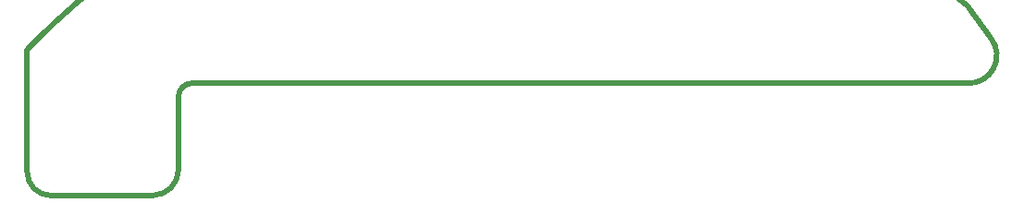
<source format=gm1>
G04*
G04 #@! TF.GenerationSoftware,Altium Limited,Altium Designer,22.11.1 (43)*
G04*
G04 Layer_Color=16711935*
%FSLAX44Y44*%
%MOMM*%
G71*
G04*
G04 #@! TF.SameCoordinates,022B600F-6A39-489C-B13A-5D3FAA6F7639*
G04*
G04*
G04 #@! TF.FilePolarity,Positive*
G04*
G01*
G75*
%ADD21C,0.5000*%
D21*
X946991Y343009D02*
G03*
X968264Y384596I1306J25566D01*
G01*
X237490Y343009D02*
G03*
X224790Y330309I0J-12700D01*
G01*
X201316Y240030D02*
G03*
X224790Y263504I0J23474D01*
G01*
X86360Y261529D02*
G03*
X107859Y240030I21499J0D01*
G01*
X86961Y374410D02*
G03*
X86360Y373808I0J-601D01*
G01*
X948227Y412964D02*
G03*
X86961Y374410I-410395J-471382D01*
G01*
X948227Y412964D02*
X968264Y384596D01*
X224790Y263504D02*
Y330309D01*
X237490Y343009D02*
X946991D01*
X107859Y240030D02*
X201316D01*
X86360Y261529D02*
Y373808D01*
M02*

</source>
